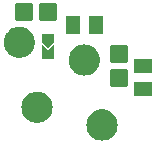
<source format=gbs>
G04 Layer: BottomSolderMaskLayer*
G04 EasyEDA v6.5.15, 2022-09-30 22:51:47*
G04 6c6a3108920e44c1b57cf9d56c6d46f1,9a5be75d700b4a6385dc1106f27949ae,10*
G04 Gerber Generator version 0.2*
G04 Scale: 100 percent, Rotated: No, Reflected: No *
G04 Dimensions in millimeters *
G04 leading zeros omitted , absolute positions ,4 integer and 5 decimal *
%FSLAX45Y45*%
%MOMM*%

%AMMACRO1*4,1,38,-0.0028,-0.5842,-0.0104,-0.5817,-0.0181,-0.5766,-0.0175,-0.5774,-0.4747,-0.1583,-0.4753,-0.1575,-0.4803,-0.1524,-0.4803,-0.1473,-0.4829,-0.1448,-0.4829,-0.1397,-0.4823,-0.1405,-0.4823,0.558,-0.4829,0.5588,-0.4829,0.5664,-0.4778,0.574,-0.4727,0.5791,-0.4651,0.5842,-0.4575,0.5842,-0.4569,0.5834,0.4575,0.5834,0.4569,0.5842,0.4645,0.5842,0.4722,0.5791,0.4772,0.574,0.4823,0.5664,0.4823,0.5588,0.4829,0.558,0.4829,-0.1405,0.4823,-0.1397,0.4823,-0.1448,0.4798,-0.1473,0.4798,-0.1524,0.4747,-0.1575,0.4753,-0.1583,0.0181,-0.5774,0.0175,-0.5766,0.0099,-0.5817,0.0023,-0.5842,-0.0028,-0.5842,0*%
%AMMACRO2*4,1,33,-0.4569,-0.5656,-0.4575,-0.5647,-0.4651,-0.5647,-0.4727,-0.5597,-0.4778,-0.5546,-0.4829,-0.547,-0.4829,-0.5393,-0.4823,-0.5402,-0.4823,0.5393,-0.4829,0.5402,-0.4803,0.5503,-0.4727,0.5605,-0.4626,0.5656,-0.4499,0.5656,-0.4397,0.5579,-0.4391,0.5597,0.0003,0.1558,0.4397,0.5597,0.4391,0.5579,0.4493,0.5656,0.462,0.5656,0.4722,0.5605,0.4798,0.5503,0.4823,0.5402,0.4829,0.5393,0.4829,-0.5402,0.4823,-0.5393,0.4823,-0.547,0.4772,-0.5546,0.4722,-0.5597,0.4645,-0.5647,0.4569,-0.5647,0.4575,-0.5656,-0.4569,-0.5656,0*%
%AMMACRO3*1,1,$1,$2,$3*1,1,$1,$4,$5*1,1,$1,0-$2,0-$3*1,1,$1,0-$4,0-$5*20,1,$1,$2,$3,$4,$5,0*20,1,$1,$4,$5,0-$2,0-$3,0*20,1,$1,0-$2,0-$3,0-$4,0-$5,0*20,1,$1,0-$4,0-$5,$2,$3,0*4,1,4,$2,$3,$4,$5,0-$2,0-$3,0-$4,0-$5,$2,$3,0*%
%ADD10MACRO1*%
%ADD11MACRO2*%
%ADD12MACRO3,0.1016X0.5663X-0.6885X0.5663X0.6885*%
%ADD13MACRO3,0.1016X-0.5663X-0.6885X-0.5663X0.6885*%
%ADD14MACRO3,0.1016X-0.6885X-0.5663X0.6885X-0.5663*%
%ADD15MACRO3,0.1016X-0.6885X0.5663X0.6885X0.5663*%
%ADD16MACRO3,0.1016X-0.705X0.675X-0.705X-0.675*%
%ADD17MACRO3,0.1016X0.705X0.675X0.705X-0.675*%
%ADD18MACRO3,0.1016X-0.675X-0.705X0.675X-0.705*%
%ADD19MACRO3,0.1016X-0.675X0.705X0.675X0.705*%

%LPD*%
G36*
X1849628Y-282194D02*
G01*
X1834387Y-281178D01*
X1833626Y-281178D01*
X1818639Y-278384D01*
X1817878Y-278384D01*
X1803400Y-273812D01*
X1802637Y-273557D01*
X1788668Y-267207D01*
X1788160Y-266954D01*
X1775205Y-259079D01*
X1774697Y-258571D01*
X1762505Y-249173D01*
X1750821Y-237489D01*
X1741423Y-225297D01*
X1740915Y-224789D01*
X1733042Y-211836D01*
X1732787Y-211328D01*
X1726437Y-197357D01*
X1726184Y-196595D01*
X1721612Y-182118D01*
X1721612Y-181355D01*
X1718818Y-166370D01*
X1718818Y-165607D01*
X1717802Y-150368D01*
X1717802Y-149860D01*
X1718818Y-134620D01*
X1718818Y-133857D01*
X1721612Y-118871D01*
X1721612Y-118110D01*
X1726184Y-103631D01*
X1726437Y-102870D01*
X1732787Y-88900D01*
X1733042Y-88392D01*
X1740915Y-75437D01*
X1741423Y-74929D01*
X1750821Y-62737D01*
X1762505Y-51054D01*
X1774697Y-41655D01*
X1775205Y-41147D01*
X1788160Y-33273D01*
X1788668Y-33020D01*
X1802637Y-26670D01*
X1803400Y-26415D01*
X1817878Y-21844D01*
X1818639Y-21844D01*
X1833626Y-19050D01*
X1834387Y-19050D01*
X1849628Y-18034D01*
X1850136Y-18034D01*
X1865376Y-19050D01*
X1866137Y-19050D01*
X1881123Y-21844D01*
X1881886Y-21844D01*
X1896363Y-26415D01*
X1897126Y-26670D01*
X1911095Y-33020D01*
X1911604Y-33273D01*
X1924557Y-41147D01*
X1925065Y-41655D01*
X1937257Y-51054D01*
X1948942Y-62737D01*
X1958339Y-74929D01*
X1958847Y-75437D01*
X1966721Y-88392D01*
X1966976Y-88900D01*
X1973326Y-102870D01*
X1973579Y-103631D01*
X1978152Y-118110D01*
X1978152Y-118871D01*
X1980945Y-133857D01*
X1980945Y-134620D01*
X1981962Y-149860D01*
X1981962Y-150368D01*
X1980945Y-165607D01*
X1980945Y-166370D01*
X1978152Y-181355D01*
X1978152Y-182118D01*
X1973579Y-196595D01*
X1973326Y-197357D01*
X1966976Y-211328D01*
X1966721Y-211836D01*
X1958847Y-224789D01*
X1958339Y-225297D01*
X1948942Y-237489D01*
X1937257Y-249173D01*
X1925065Y-258571D01*
X1924557Y-259079D01*
X1911604Y-266954D01*
X1911095Y-267207D01*
X1897126Y-273557D01*
X1896363Y-273812D01*
X1881886Y-278384D01*
X1881123Y-278384D01*
X1866137Y-281178D01*
X1865376Y-281178D01*
X1850136Y-282194D01*
G37*
G36*
X2249678Y117855D02*
G01*
X2234437Y118871D01*
X2233676Y118871D01*
X2218689Y121665D01*
X2217928Y121665D01*
X2203450Y126237D01*
X2202687Y126492D01*
X2188718Y132842D01*
X2188210Y133095D01*
X2175255Y140970D01*
X2174747Y141478D01*
X2162555Y150876D01*
X2150871Y162560D01*
X2141473Y174752D01*
X2140965Y175260D01*
X2133092Y188213D01*
X2132837Y188721D01*
X2126487Y202692D01*
X2126234Y203454D01*
X2121662Y217931D01*
X2121662Y218694D01*
X2118868Y233679D01*
X2118868Y234442D01*
X2117852Y249681D01*
X2117852Y250189D01*
X2118868Y265429D01*
X2118868Y266192D01*
X2121662Y281178D01*
X2121662Y281939D01*
X2126234Y296418D01*
X2126487Y297179D01*
X2132837Y311150D01*
X2133092Y311657D01*
X2140965Y324612D01*
X2141473Y325120D01*
X2150871Y337312D01*
X2162555Y348995D01*
X2174747Y358394D01*
X2175255Y358902D01*
X2188210Y366776D01*
X2188718Y367029D01*
X2202687Y373379D01*
X2203450Y373634D01*
X2217928Y378205D01*
X2218689Y378205D01*
X2233676Y381000D01*
X2234437Y381000D01*
X2249678Y382015D01*
X2250186Y382015D01*
X2265426Y381000D01*
X2266187Y381000D01*
X2281173Y378205D01*
X2281936Y378205D01*
X2296413Y373634D01*
X2297176Y373379D01*
X2311145Y367029D01*
X2311654Y366776D01*
X2324607Y358902D01*
X2325115Y358394D01*
X2337307Y348995D01*
X2348992Y337312D01*
X2358389Y325120D01*
X2358897Y324612D01*
X2366771Y311657D01*
X2367026Y311150D01*
X2373376Y297179D01*
X2373629Y296418D01*
X2378202Y281939D01*
X2378202Y281178D01*
X2380995Y266192D01*
X2380995Y265429D01*
X2382012Y250189D01*
X2382012Y249681D01*
X2380995Y234442D01*
X2380995Y233679D01*
X2378202Y218694D01*
X2378202Y217931D01*
X2373629Y203454D01*
X2373376Y202692D01*
X2367026Y188721D01*
X2366771Y188213D01*
X2358897Y175260D01*
X2358389Y174752D01*
X2348992Y162560D01*
X2337307Y150876D01*
X2325115Y141478D01*
X2324607Y140970D01*
X2311654Y133095D01*
X2311145Y132842D01*
X2297176Y126492D01*
X2296413Y126237D01*
X2281936Y121665D01*
X2281173Y121665D01*
X2266187Y118871D01*
X2265426Y118871D01*
X2250186Y117855D01*
G37*
G36*
X1699768Y267970D02*
G01*
X1684528Y268986D01*
X1683765Y268986D01*
X1668779Y271779D01*
X1668018Y271779D01*
X1653539Y276352D01*
X1652778Y276605D01*
X1638807Y282955D01*
X1638300Y283210D01*
X1625345Y291084D01*
X1624837Y291592D01*
X1612645Y300989D01*
X1600962Y312673D01*
X1591563Y324865D01*
X1591055Y325373D01*
X1583181Y338328D01*
X1582928Y338836D01*
X1576578Y352805D01*
X1576323Y353568D01*
X1571752Y368045D01*
X1571752Y368807D01*
X1568957Y383794D01*
X1568957Y384555D01*
X1567942Y399795D01*
X1567942Y400304D01*
X1568957Y415544D01*
X1568957Y416305D01*
X1571752Y431292D01*
X1571752Y432054D01*
X1576323Y446531D01*
X1576578Y447294D01*
X1582928Y461263D01*
X1583181Y461771D01*
X1591055Y474726D01*
X1591563Y475234D01*
X1600962Y487426D01*
X1612645Y499110D01*
X1624837Y508507D01*
X1625345Y509015D01*
X1638300Y516889D01*
X1638807Y517144D01*
X1652778Y523494D01*
X1653539Y523747D01*
X1668018Y528320D01*
X1668779Y528320D01*
X1683765Y531113D01*
X1684528Y531113D01*
X1699768Y532129D01*
X1700276Y532129D01*
X1715515Y531113D01*
X1716278Y531113D01*
X1731263Y528320D01*
X1732026Y528320D01*
X1746504Y523747D01*
X1747265Y523494D01*
X1761236Y517144D01*
X1761744Y516889D01*
X1774697Y509015D01*
X1775205Y508507D01*
X1787397Y499110D01*
X1799081Y487426D01*
X1808479Y475234D01*
X1808987Y474726D01*
X1816862Y461771D01*
X1817115Y461263D01*
X1823465Y447294D01*
X1823720Y446531D01*
X1828292Y432054D01*
X1828292Y431292D01*
X1831086Y416305D01*
X1831086Y415544D01*
X1832102Y400304D01*
X1832102Y399795D01*
X1831086Y384555D01*
X1831086Y383794D01*
X1828292Y368807D01*
X1828292Y368045D01*
X1823720Y353568D01*
X1823465Y352805D01*
X1817115Y338836D01*
X1816862Y338328D01*
X1808987Y325373D01*
X1808479Y324865D01*
X1799081Y312673D01*
X1787397Y300989D01*
X1775205Y291592D01*
X1774697Y291084D01*
X1761744Y283210D01*
X1761236Y282955D01*
X1747265Y276605D01*
X1746504Y276352D01*
X1732026Y271779D01*
X1731263Y271779D01*
X1716278Y268986D01*
X1715515Y268986D01*
X1700276Y267970D01*
G37*
G36*
X2399792Y-432054D02*
G01*
X2384552Y-431037D01*
X2383789Y-431037D01*
X2368804Y-428244D01*
X2368042Y-428244D01*
X2353563Y-423671D01*
X2352802Y-423418D01*
X2338831Y-417068D01*
X2338323Y-416813D01*
X2325370Y-408939D01*
X2324862Y-408431D01*
X2312670Y-399034D01*
X2300986Y-387350D01*
X2291587Y-375157D01*
X2291079Y-374650D01*
X2283205Y-361695D01*
X2282952Y-361187D01*
X2276602Y-347218D01*
X2276347Y-346455D01*
X2271776Y-331978D01*
X2271776Y-331215D01*
X2268981Y-316229D01*
X2268981Y-315468D01*
X2267965Y-300228D01*
X2267965Y-299720D01*
X2268981Y-284479D01*
X2268981Y-283718D01*
X2271776Y-268731D01*
X2271776Y-267970D01*
X2276347Y-253492D01*
X2276602Y-252729D01*
X2282952Y-238760D01*
X2283205Y-238252D01*
X2291079Y-225297D01*
X2291587Y-224789D01*
X2300986Y-212597D01*
X2312670Y-200913D01*
X2324862Y-191515D01*
X2325370Y-191007D01*
X2338323Y-183134D01*
X2338831Y-182879D01*
X2352802Y-176529D01*
X2353563Y-176276D01*
X2368042Y-171704D01*
X2368804Y-171704D01*
X2383789Y-168910D01*
X2384552Y-168910D01*
X2399792Y-167894D01*
X2400300Y-167894D01*
X2415539Y-168910D01*
X2416302Y-168910D01*
X2431287Y-171704D01*
X2432050Y-171704D01*
X2446527Y-176276D01*
X2447290Y-176529D01*
X2461259Y-182879D01*
X2461768Y-183134D01*
X2474722Y-191007D01*
X2475229Y-191515D01*
X2487422Y-200913D01*
X2499106Y-212597D01*
X2508504Y-224789D01*
X2509011Y-225297D01*
X2516886Y-238252D01*
X2517140Y-238760D01*
X2523490Y-252729D01*
X2523743Y-253492D01*
X2528315Y-267970D01*
X2528315Y-268731D01*
X2531109Y-283718D01*
X2531109Y-284479D01*
X2532125Y-299720D01*
X2532125Y-300228D01*
X2531109Y-315468D01*
X2531109Y-316229D01*
X2528315Y-331215D01*
X2528315Y-331978D01*
X2523743Y-346455D01*
X2523490Y-347218D01*
X2517140Y-361187D01*
X2516886Y-361695D01*
X2509011Y-374650D01*
X2508504Y-375157D01*
X2499106Y-387350D01*
X2487422Y-399034D01*
X2475229Y-408431D01*
X2474722Y-408939D01*
X2461768Y-416813D01*
X2461259Y-417068D01*
X2447290Y-423418D01*
X2446527Y-423671D01*
X2432050Y-428244D01*
X2431287Y-428244D01*
X2416302Y-431037D01*
X2415539Y-431037D01*
X2400300Y-432054D01*
G37*
D10*
G01*
X1940024Y410799D03*
D11*
G01*
X1940024Y317413D03*
D12*
G01*
X2153373Y549998D03*
D13*
G01*
X2346627Y549998D03*
D14*
G01*
X2749999Y196626D03*
D15*
G01*
X2749999Y3373D03*
D16*
G01*
X1942995Y659998D03*
D17*
G01*
X1736996Y659998D03*
D18*
G01*
X2539994Y302999D03*
D19*
G01*
X2539994Y97000D03*
M02*

</source>
